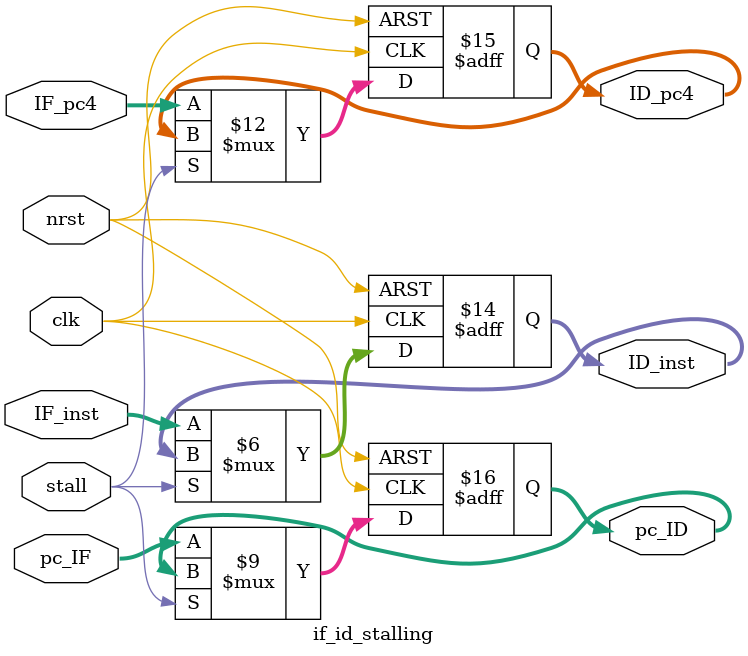
<source format=v>
`timescale 1ns/1ps

module if_id_stalling(
	input clk,
	input nrst,
	input stall,
	input [31:0] IF_pc4,
	input [31:0] pc_IF,		// address of the instruction
	input [31:0] IF_inst,	// actual instruction
	output reg [31:0] ID_pc4,
	output reg [31:0] pc_ID,
	output reg [31:0] ID_inst
);
	always@(posedge clk or negedge nrst) begin
		if(!nrst) begin
			ID_pc4 <= 0;
			pc_ID <= 0;
		end
		else begin
			if(stall) begin
				ID_pc4 <= ID_pc4;
				pc_ID <= pc_ID;
			end
			else begin
				ID_pc4 <= IF_pc4;
				pc_ID <= pc_IF;
			end
		end
	end

	always@(negedge clk or negedge nrst) begin
		if(!nrst)
			ID_inst <= 0;
		else begin
			if(stall)
				ID_inst <= ID_inst;
			else
				ID_inst <= IF_inst;
		end
	end
	
endmodule
</source>
